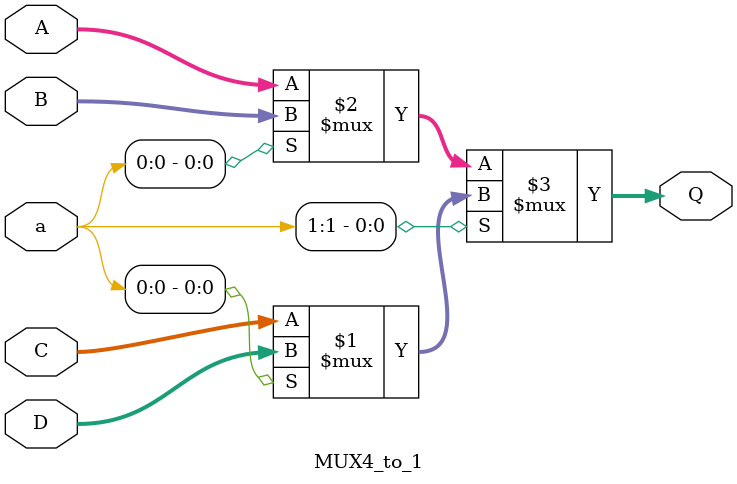
<source format=v>
module MUX4_to_1 (input [31:0] A, 
									input [31:0] B, 
									input [31:0] C, 
									input [31:0] D, 
									input [1:0] a, 
									output [31:0] Q);
 
	assign Q = a[1] ? (a[0] ? D : C) : (a[0] ? B : A);

endmodule
</source>
